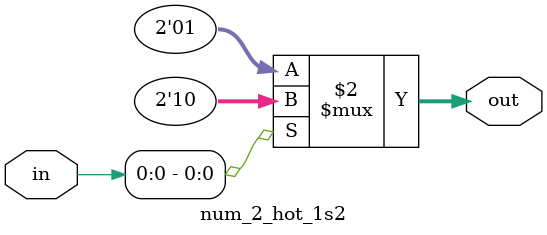
<source format=sv>
`timescale 1ns / 1ps
`include "def.svh"

`define TAG_WIDTH 5'd20
`define OFFSET_WIDTH 3'd3
`define INDEX_WIDTH 5'd7

module my_dcache
  #(
    parameter OPTION_OPERAND_WIDTH = 32,
    parameter OPTION_DCACHE_BLOCK_WIDTH = 5,
    parameter OPTION_DCACHE_SET_WIDTH = 7,
    parameter OPTION_DCACHE_WAYS = 2,
    parameter OPTION_DCACHE_LIMIT_WIDTH = 32
    )
   (
   input logic cache_reset,
   input logic reset ,
   input logic clk,
   //todo:first
   //exchange with cpu
   input  logic [31:0] i_p_addr,
   input  logic [6:0]  i_p_tag_bit_raddr,
   input  logic [31:0] i_p_addrAfterTrans,
   input  logic        i_p_nextIsRead, 
   input  logic        i_p_nextIsLS, 
   input logic         i_p_nextIsSave,
   input  logic [3:0]  i_p_byte_en,
   input  logic        i_p_read,
   
   input  logic        i_p_write,  
   input  logic        i_p_hitwriteback,
   input  logic        i_p_hitinvalidate,
   input  logic  [31:0] i_p_wrdata,
   output logic [31:0] o_p_rddata,
   output logic        stall,
   output logic        o_p_EstallClear,
   output [3 :0] arid         ,
   output logic [31:0] araddr       ,
   output [7 :0] arlen        ,
   output [2 :0] arsize       ,
   output [1 :0] arburst      ,
   output [1 :0] arlock        ,
   output [3 :0] arcache      ,
   output [2 :0] arprot       ,
   output  logic    arvalid     ,
   input   logic   arready     ,
   //r           
   input  [3 :0] rid          ,
   input  [31:0] rdata        ,
   input  [1 :0] rresp        ,
   input         rlast        ,
   input         rvalid       ,
   output        rready       ,
   //aw          
   output [3 :0] awid         ,
   output logic [31:0] awaddr   ,
   output [7 :0] awlen        ,
   output [2 :0] awsize       ,
   output [1 :0] awburst      ,
   output [1 :0] awlock       ,
   output [3 :0] awcache      ,
   output [2 :0] awprot       ,
   output logic    awvalid      ,
   input         awready      ,
   //w          
   output [3 :0] wid          ,
   output [31:0] wdata        ,
   output [3 :0] wstrb        ,
   output  logic   wlast        ,
   output  logic   wvalid       ,
   input         wready       ,
   //b           
   input  [3 :0] bid          ,
   input  [1 :0] bresp        ,
   input         bvalid       ,
   output  logic   bready       ,
   
   
   // SPR interface
   input logic[31:0] 		spr_bus_addr_i,
   input 			      spr_bus_we_i,
   input 			      spr_bus_stb_i,
   input [OPTION_OPERAND_WIDTH-1:0]  spr_bus_dat_i,

   output [OPTION_OPERAND_WIDTH-1:0] spr_bus_dat_o
   
   );
   assign arid =4'b1111;
   assign arburst = 2'b10;
   assign rready  =1'b1;
   assign arsize = 3'b010;
   assign awsize = 3'b010;
   assign arlen  =  7'b0111;
   assign awlen  =  7'b0111;
   assign arlock =  2'b00  ;
   assign arcache = 4'b0000;
   assign arprot = 3'b000 ;
   assign awid =4'b0;
   assign awlock =2'b0;
   assign awcache =4'b0;
   assign awprot =3'b0;
   assign awburst =2'b10;
   assign wstrb =4'b1111;
   assign wid =4'b0;
   //assign arvalid =1'b0;

   // Address space in bytes for a way
   localparam WAY_WIDTH = OPTION_DCACHE_BLOCK_WIDTH + OPTION_DCACHE_SET_WIDTH;
   /*
    * Tag memory layout
    *            +---------------------------------------------------------+
    * (index) -> | LRU | wayN valid | wayN tag |...| way0 valid | way0 tag |
    *            +---------------------------------------------------------+
    */

   // The tag is the part left of the index
   localparam TAG_WIDTH = (OPTION_DCACHE_LIMIT_WIDTH - WAY_WIDTH);

   // The tag memory contains entries with OPTION_DCACHE_WAYS parts of
   // each TAGMEM_WAY_WIDTH. Each of those is tag and a valid flag.
   localparam TAGMEM_WAY_WIDTH = TAG_WIDTH + 2;
   localparam TAGMEM_WAY_VALID = TAGMEM_WAY_WIDTH - 2;
   localparam TAGMEM_WAY_DIRTY = TAGMEM_WAY_WIDTH - 1;
   
   // Additionally, the tag memory entry contains an LRU value. The
   // width of this is 0 for OPTION_DCACHE_LIMIT_WIDTH==1
   localparam TAG_LRU_WIDTH = OPTION_DCACHE_WAYS*(OPTION_DCACHE_WAYS-1) >> 1;

   // We have signals for the LRU which are not used for one way
   // caches. To avoid signal width [-1:0] this generates [0:0]
   // vectors for them, which are removed automatically then.
   localparam TAG_LRU_WIDTH_BITS = (OPTION_DCACHE_WAYS >= 2) ? TAG_LRU_WIDTH : 1;

   // Compute the total sum of the entry elements
   localparam TAGMEM_WIDTH = TAGMEM_WAY_WIDTH * OPTION_DCACHE_WAYS + TAG_LRU_WIDTH;

   // For convenience we define the position of the LRU in the tag
   // memory entries
   localparam TAG_LRU_MSB = TAGMEM_WIDTH - 1;
   localparam TAG_LRU_LSB = TAG_LRU_MSB - TAG_LRU_WIDTH + 1;

   typedef enum logic [2:0]{
      IDLE,
      WRITEBACK,
      WRITEBACK_OVER,
      LOAD,       //等待状�??
      LOAD_OVER,
      LOAD_OVER1, //非阻塞访问，内存传输的同时流水线在不冲突的情况下正常流动
      STORE
   } state;

  logic busyS ;
   // FSM state signals
  state    cache_state;
   logic idle;

   logic [WAY_WIDTH-1:OPTION_DCACHE_BLOCK_WIDTH] invalidate_adr;

   logic				      invalidate;

   


   // The index we read and write from tag memory
   logic [OPTION_DCACHE_SET_WIDTH-1:0]  tag_windex;
   
   // The data from the tag memory
   logic [TAGMEM_WIDTH-1:0] 	         tag_dout;
   logic [TAG_LRU_WIDTH_BITS-1:0]       tag_lru_out;
   logic [TAGMEM_WAY_WIDTH-1:0] 	      tag_way_out [OPTION_DCACHE_WAYS-1:0];

   // The data to the tag memory
   logic [TAGMEM_WIDTH-1:0] 	         tag_din;
   logic [TAG_LRU_WIDTH_BITS-1:0]       tag_lru_in;
   logic [TAGMEM_WAY_WIDTH-1:0] 	      tag_way_in [OPTION_DCACHE_WAYS-1:0];
   // Whether to write to the tag memory in this cycle
   
   // This is the tag we need to write to the tag memory during refill
   logic [TAG_WIDTH-1:0] 	      tag_wtag;

   // This is the tag we check against
   logic [TAG_WIDTH-1:0] 	      tag_tag;

   // Access to the way memories
   logic [WAY_WIDTH-3:0] 	      way_raddr[OPTION_DCACHE_WAYS-1:0];
   logic [WAY_WIDTH-3:0] 	      way_waddr[OPTION_DCACHE_WAYS-1:0];
   logic [31:0]                   way_din[OPTION_DCACHE_WAYS-1:0];
   logic [31:0]                   way_dout[OPTION_DCACHE_WAYS-1:0];
   
   logic [OPTION_OPERAND_WIDTH*8-1:0]    way_dout_all[OPTION_DCACHE_WAYS-1:0];
   
   logic [OPTION_DCACHE_WAYS-1:0]        way_we;

   // Does any way hit?
    logic 			      hit;
    logic [OPTION_DCACHE_WAYS-1:0]        way_hit;

   //assign tag_we = (state == `LOAD_OVER) | ( |way_hit ) ;
   // This is the least recently used value before access the memory.
   // Those are one hot encoded.
   logic [OPTION_DCACHE_WAYS-1:0]      lru;

   // Register that stores the LRU value from lru
   logic [1:0]  reg_way_we;
   logic [31:0] reg_wdata;
   logic [31:0] reg_waddr;
   logic [3:0]  reg_byte_en;


   always_ff @(posedge clk) begin
      if (reset | !cache_reset ) begin
         wlast <=1'b0;
	     cache_state <= IDLE;
         arvalid <=0;
         wvalid<=0;
         awvalid <=1'b0;
         bready <=1'b1;
         protect_bit<=32'b0;
         busyS<=1'b0;
         reg_o_p <= 1'b0;
         reg_o_p_rddata<=32'b0;
      end 
      else begin 
      
      if(!stall )begin
         reg_o_p <= 1'b0;
         reg_o_p_rddata<=32'b0;
      end
      else if(i_p_read & stall & hit & !reg_o_p )begin
            reg_o_p<=1'b1;
            reg_o_p_rddata <= wire_o_p_rddata;
      end

      if(!busyS & !hit & (i_p_read| i_p_write) ) begin
             busyS <= 1'b1;
      end 
      else if( busyS & ( (i_p_write & m_canwrite_buffer) | ( i_p_read  & m_buffer_hit & cs_ok )) ) begin
         busyS<=1'b0;
      end

      case (cache_state)
         IDLE: 
         begin
            protect_bit<=32'b0;
            if( (!hit) & ( i_p_read | i_p_write ) ) begin 
               araddr <= { i_p_addrAfterTrans[31:2] ,  2'b0}; 
               missFillBuffer_addr<=  { i_p_addrAfterTrans[31:2] ,  2'b0} ;        
               counter<=i_p_addrAfterTrans[4:2];
               arvalid<=1'b1;
               cache_state  <= LOAD;
            end
         end
         WRITEBACK: begin
            if(awvalid & awready) begin
               awvalid <=1'b0;
               wvalid<=1'b1;
            end
            if(wvalid & wready )begin 
               counter <= counter + 1;
               if(counter ==3'b110 ) begin
                  wlast <=1'b1 ;
               end
            end
            if(bvalid & bready )begin
               cache_state<= WRITEBACK_OVER;
            end
         end
         WRITEBACK_OVER: begin
               cache_state<= IDLE;
            
         end
         LOAD : begin
            if(mFB_wen!=32'b0 | refill_cs_a !=32'b0) 
                protect_bit <= protect_bit | mFB_wen | refill_cs_a ;
            if(arvalid & arready ) begin
               arvalid <=1'b0;
            end
            if(rvalid & rready) begin
               counter <= counter+1;
            end
            if(rvalid & rready & rlast)begin
               if(  i_p_write & hit )begin
                  cache_state<= STORE;
               end
               else begin
                  cache_state<= LOAD_OVER;
               end
            end
         end
         LOAD_OVER: begin
            cache_state <= LOAD_OVER1;
          end
         LOAD_OVER1: begin 
            protect_bit<=32'b0;
            if(check_way_dirty[tag_lru_out] ) begin
               awaddr<= {tag_way_out[tag_lru_out][19:0],missFillBuffer_addr[11:5],5'b0}  ;
               cache_state<= WRITEBACK;
               awvalid <=1'b1;
             //  awaddr <= {process_reg_addr_save
               counter <= 3'b0;
               wlast<=1'b0;
            end
            else begin 
               cache_state<= IDLE ;
            end
         end
         STORE  : begin  //这个状�?�用来处理loadover内的存储
             cache_state<= LOAD_OVER;    
         end
         default: begin
            cache_state <= IDLE;
         end
         endcase
      end
   end
   
   
   
   assign stall=    ((i_p_read|i_p_write) & !hit ) | (cache_state!=IDLE) | (i_p_nextIsRead & |reg_byte_en) ;

    
   ///***** store buffer
   
   logic [31:0] missFillBuffer_addr;
   logic reg_rewrite;
   logic m_canwrite_buffer = i_p_addrAfterTrans[31:5] == missFillBuffer_addr[31:5] & cache_state ==LOAD; 
   always_ff @(posedge clk) begin
         if(reset)begin
            reg_byte_en <=4'b0;
            reg_waddr<=32'b0;
            reg_way_we<=2'b0;
            reg_wdata<=32'b0;
         end
         else begin
         if( i_p_write  & way_hit!=2'b0 ) begin
            reg_way_we <= way_hit ;
            reg_wdata  <= i_p_wrdata ;
            reg_waddr  <=  i_p_addrAfterTrans ;
            reg_byte_en <= i_p_byte_en ;
         end
         else begin
            reg_byte_en <=  4'b0;
            reg_way_we <= 2'b0;
         //reg_byte_en <= !( reg_busy & !reg_canwrite )? i_p_byte_en : reg_byte_en ;
         end
         end
   end

   // Intermediate signals to ease debugging
   logic [TAG_WIDTH-1:0]    check_way_tag [OPTION_DCACHE_WAYS-1:0];
   logic                    check_way_match [OPTION_DCACHE_WAYS-1:0];
   logic                    check_way_valid [OPTION_DCACHE_WAYS-1:0];
   logic                    check_way_dirty [OPTION_DCACHE_WAYS-1:0];

   
   logic [`TAG_WIDTH-1:0]    cache_addr_cpu_tag;
	
	logic [`INDEX_WIDTH-1:0]  cache_addr_idx;
	logic [`OFFSET_WIDTH-1:0] cache_addr_cpu_off;
	logic [1:0]               cache_addr_dropoff;
	
	assign {
		cache_addr_cpu_tag,  cache_addr_idx,
		cache_addr_cpu_off,  cache_addr_dropoff
	} = i_p_addr;
    ///todo
   assign tag_tag = i_p_addrAfterTrans[31:12] ;
    
   logic [`TAG_WIDTH-1:0]    cache_addr_cpu_tag_pre;
   logic [`INDEX_WIDTH-1:0]  cache_addr_idx_pre;
   logic [`OFFSET_WIDTH-1:0] cache_addr_cpu_off_pre;
   logic [1:0]               cache_addr_dropoff_pre;
   assign {
        cache_addr_cpu_tag_pre,  cache_addr_idx_pre,
        cache_addr_cpu_off_pre,  cache_addr_dropoff_pre
   } = i_p_addrAfterTrans;
    

   logic do_store = |reg_way_we & |reg_byte_en ;
   


   assign tag_wtag = missFillBuffer_addr[31:12];
   assign tag_din[TAG_LRU_MSB:TAG_LRU_LSB] = tag_lru_in;
   assign tag_lru_out = tag_dout[TAG_LRU_MSB:TAG_LRU_LSB];

   
  
   //assign rready = 1'b1;

   logic reg_canwrite  = |reg_way_we ;

   logic [OPTION_DCACHE_WAYS-1:0]  load_bus_we = (!tag_lru_out) ? 2'b01:2'b10  ;
   
   assign way_we = (cache_state== LOAD_OVER1 )? load_bus_we :
                   (|reg_byte_en )    ? reg_way_we  : 
                    2'b0   ;
                     
   genvar i;
   generate
      for (i = 0; i < OPTION_DCACHE_WAYS; i=i+1) begin : ways
         assign way_raddr[i] = ( cache_state ==LOAD_OVER ) ? missFillBuffer_addr[11:2]  : i_p_addr[WAY_WIDTH-1:2];

         assign way_waddr[i] = ( cache_state==LOAD_OVER | cache_state ==LOAD_OVER1 ) ? missFillBuffer_addr[WAY_WIDTH-1:2]:
                               ( reg_canwrite          ) ? reg_waddr[WAY_WIDTH-1:2] :  0;                      
         
         assign way_din[i] = reg_wdata;

	      // compare stored tag with incoming tag and check valid bit
         assign check_way_tag[i] = tag_way_out[i][TAG_WIDTH-1:0];
         assign check_way_match[i] = (check_way_tag[i] == tag_tag);
         assign check_way_valid[i] = tag_way_out[i][TAGMEM_WAY_VALID];
         assign check_way_dirty[i] = tag_way_out[i][TAGMEM_WAY_DIRTY];
         assign way_hit[i] =  busyS? 1'b0 :   (check_way_valid[i] & check_way_match[i]); //must be !busy , or read next and cause fault 

         // Multiplex the way entries in the tag memory
         assign tag_din[(i+1)*TAGMEM_WAY_WIDTH-1:i*TAGMEM_WAY_WIDTH] = tag_way_in[i];
         assign tag_way_out[i] = tag_dout[(i+1)*TAGMEM_WAY_WIDTH-1:i*TAGMEM_WAY_WIDTH];
         //todo: reg_rewrite  
         assign tag_way_in[i] =  (reg_canwrite & reg_way_we[i] ) ?  {1'b1 , 1'b1 , reg_waddr[31:12]} :
                                 (cache_state == LOAD_OVER1 & tag_lru_out == i ) ? {reg_rewrite , 1'b1 , missFillBuffer_addr[31:12] }:
                                  22'b0;
      end
   endgenerate
   
   logic  [OPTION_OPERAND_WIDTH*8-1:0] missFillBuffer;
   logic [31:0] load_from_ram_bus[7:0] ;
    
   genvar s0;
   generate
        for( s0 =0 ; s0<= 3'b111 ; s0=s0+1)begin
            assign load_from_ram_bus[s0] = missFillBuffer[(s0+1)*32-1:s0*32];
        end
   endgenerate
   
   logic  [2:0] counter;
   logic [7:0] cs_a;
   logic [7:0] word_valid;
   logic [7:0] cs_target;
   logic [7:0] cs_target1;

   logic missFillBuffer_wen = rvalid & rready;
   assign wdata = load_from_ram_bus[counter]; //填回cache时的地址
   
   logic [31:0] reg_Missaddr   ;
 
   

   logic [31:0] wire_o_p_rddata ;
   logic reg_o_p;
   logic [31:0] reg_o_p_rddata;


   onehot_3s8 missFillOneHot(counter,cs_a);
   onehot_3s8 firstMiss(i_p_addrAfterTrans[4:2],cs_target);
  // onehot_3s8 storeRefill( reg_waddr[4:2], cs_target1);
   
  // logic missStoreRefill = cs_a == cs_target1 & |reg_byte_en & reg_waddr[31:2]==missFillBuffer[31:2] ;
   

   
   logic [31:0] protect_bit ;
   logic [31:0] write_cs_m ;
   logic  [255:0] refill_bytes ;
   logic [31:0] refill_cs_a    ;
   logic [31:0] assemble_data;
   genvar s ;
   genvar x ;
   generate 
      for(s=0; s<=3'b111 ;s=s+1) begin
         assign refill_cs_a[s*4+3: s*4] = (cs_a[s] & rvalid & rready )? 4'b1111: 4'b0;
      end
      for(s=0 ; s<4'd8 ; s= s+1) begin
         for( x=0 ; x<4'd4 ; x = x+1) begin
            assign refill_bytes[ (s*4+x)*8+7 : (s*4+x)*8 ] = write_cs_m[s*4+x   ] ? i_p_wrdata[x*8+7 : x*8 ] : 
                                                rdata[x*8+7      : x*8 ] ;
         end
      end
      for(s=0; s<=3'd7 ;s=s+1) begin
         assign word_valid[s]= &protect_bit[s*4+3:s*4];
         assign write_cs_m[s*4+3: s*4]  =(i_p_addrAfterTrans[31:5] == missFillBuffer_addr[31:5] & cache_state ==LOAD & i_p_write & i_p_addrAfterTrans[4:2]==s )? i_p_byte_en : 4'b0 ;
      end 
      for(s=0 ; s<4'd4 ;s=s+1) begin 
         assign assemble_data[s*8+7:s*8] = reg_byte_en[s]? reg_wdata[s*8+7:s*8] :
                                             way_hit[0]     ? way_dout[0][s*8+7:s*8]:
                                                              way_dout[1][s*8+7:s*8];  
      end
   endgenerate 

   logic [31:0] mFB_wen ;
   assign mFB_wen = write_cs_m  ;

   integer a;
   always_ff @(posedge clk )begin
      if(reset) begin
         missFillBuffer<=256'b0;
         reg_rewrite<=1'b0;
      end
      else begin
      if( cache_state== LOAD_OVER1 & check_way_dirty[tag_lru_out]  ) begin
         missFillBuffer <= way_dout_all[tag_lru_out ]; 
      end
      else if( cache_state== LOAD_OVER1 | cache_state== IDLE ) begin
         missFillBuffer<=256'b0;
         reg_rewrite<=1'b0;
      end
      else begin
         if(mFB_wen)begin
            reg_rewrite<=1'b1;
         end
         for(a = 0 ; a < 32 ; a = a + 1) begin
            if(mFB_wen[a]  | (protect_bit[a]==1'b0  & refill_cs_a[a]==1'b1 )) begin
               missFillBuffer[ (a*8+7)-:8] <= refill_bytes[(a*8+7)-:8];
            end
         end
      end
      end
   end

   logic cs_ok = (|(word_valid & cs_target)) ;

   logic   m_buffer_hit =  i_p_addrAfterTrans[31:5] == missFillBuffer_addr[31:5] ;
   assign hit = (|way_hit) | ( i_p_write  & m_buffer_hit & cache_state == LOAD  ) | (i_p_read & m_buffer_hit & cs_ok & cache_state ==LOAD ) | reg_o_p ;
   

   assign tag_lru_in =( cache_state == LOAD_OVER1 )   ? !tag_lru_out  :
                      ( i_p_read &  (|way_hit) ) ? way_hit[0] : 
                      ( reg_canwrite ) ? reg_way_we[0] : tag_lru_out ;//用来回填LRU，虽然写得不美观，暂不要更改
   
  
   
   assign wire_o_p_rddata =  (m_buffer_hit  & cs_ok & cache_state == LOAD ) ? load_from_ram_bus[i_p_addrAfterTrans[4:2]] :
                             (i_p_addrAfterTrans[31:2]== reg_waddr[31:2] & reg_byte_en!=4'b0 ) ?   assemble_data: 
                             (way_hit[0] )   ? way_dout[0]:  way_dout[1];

   assign o_p_rddata = reg_o_p ? reg_o_p_rddata: wire_o_p_rddata ;        
   //三种数据来源，store buffer ,store 


   assign idle = (cache_state == IDLE);
   
   assign o_p_EstallClear =   (i_p_write & hit )  &stall ;
   /*
    * SPR bus interface
    */

   // The SPR interface is used to invalidate the cache blocks. When
   // an invalidation is started, the respective entry in the tag
   // memory is cleared. When another transfer is in progress, the
   // handling is delayed until it is possible to serve it.
   //
   // The invalidation is acknowledged to the SPR bus, but the cycle
   // is terminated by the core. We therefore need to hold the
   // invalidate acknowledgement. Meanwhile we continuously write the
   // tag memory which is no problem.

   

   //
   // This is the combinational part of the state machine that
   // interfaces the tag and way memories.
   //
   assign tag_windex  = ( |reg_byte_en )? reg_waddr[11:5]: 
                        (cache_state == LOAD_OVER | cache_state ==LOAD_OVER1 )?    missFillBuffer_addr[11:5] :  0 ;
   //                     (~idle) ? cache_addr_idx_pre :
   //     /*         (state == INVALIDATE )? invalidate_adr : */ reg_waddr[WAY_WIDTH-1:OPTION_DCACHE_BLOCK_WIDTH] ;

//------------------------- generate ways
   generate
      for (i = 0; i < OPTION_DCACHE_WAYS; i=i+1) begin : way_memories
	       simple_bram
	       #(
		    .ADDR_WIDTH(WAY_WIDTH-2),
		    .DATA_WIDTH(OPTION_OPERAND_WIDTH),
		    .ENABLE_BYPASS(1)
		     )
	       d_way_data_ram
	       (
         // Outputs
         .dout_all(way_dout_all[i]),
         .dout			(way_dout[i]),
         // Inputs
         .i_clk			(clk),
         .raddr		(way_raddr[i][WAY_WIDTH-3:0]),
         .i_re			(1'b1),
         .waddr		(way_waddr[i][WAY_WIDTH-3:0]),
         .we			(way_we[i]),
         .din			(way_din[i][31:0]),
         .byte_ben   (reg_byte_en),
         .hit_write  ( cache_state == LOAD_OVER1  ),
         .store      ( do_store ),
         .din_all    ( missFillBuffer ));
      end
   endgenerate

   my_tag_ram
   #(
      .ADDR_WIDTH(7),
      .DATA_WIDTH(TAGMEM_WIDTH),
      .ENABLE_BYPASS(0)
   )
   d_tag_ram
   (
   // Outputs
   
   .dout				(tag_dout[TAGMEM_WIDTH-1:0]),
   // Inputs
   .clk				(clk),
   .raddr		   (cache_addr_idx),
   .re				(1'b1),
   .waddr		   (tag_windex),
   .we				(way_we),
   .din				(tag_din),
   .rst           (reset),
   .refill        (cache_state== LOAD_OVER1),
   .cache_reset    (cache_reset) ,
   .load_over      (cache_state== LOAD_OVER)
   );
//----------------- end generate 

endmodule


module num_2_hot_1s2 (in , out);
input  [1:0] in;
output [1:0] out;
assign out=(in[0])? 2'b10:2'b01;
           
endmodule 
</source>
